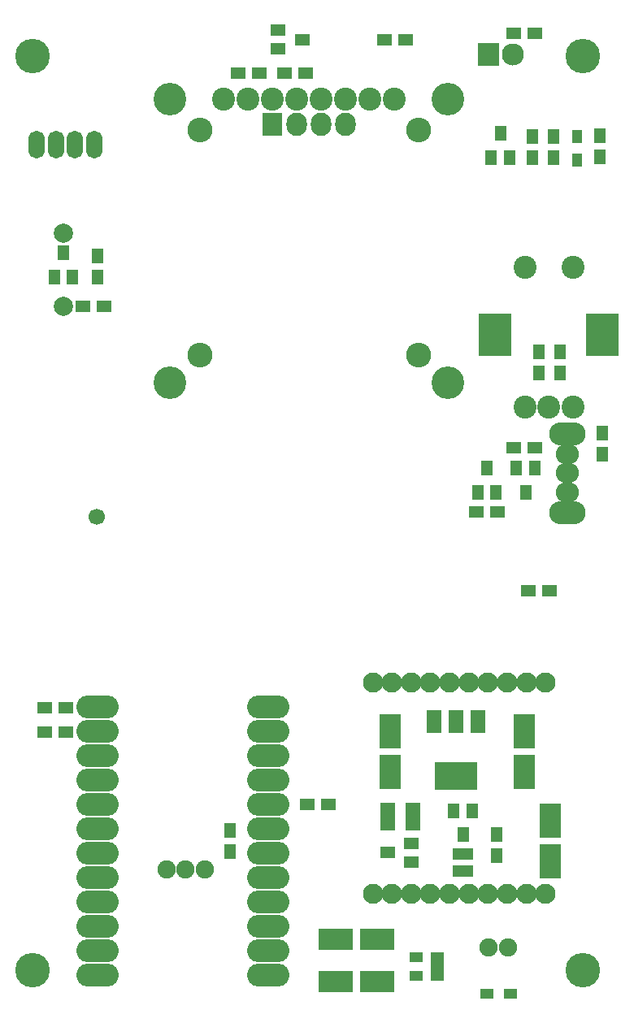
<source format=gbs>
G04 #@! TF.FileFunction,Soldermask,Bot*
%FSLAX46Y46*%
G04 Gerber Fmt 4.6, Leading zero omitted, Abs format (unit mm)*
G04 Created by KiCad (PCBNEW 4.0.0-rc1-stable) date 20.6.2016 14:39:27*
%MOMM*%
G01*
G04 APERTURE LIST*
%ADD10C,0.150000*%
%ADD11O,2.600000X2.600000*%
%ADD12R,2.127200X2.432000*%
%ADD13O,2.127200X2.432000*%
%ADD14C,2.400000*%
%ADD15C,3.400000*%
%ADD16C,3.600000*%
%ADD17R,2.200860X3.549600*%
%ADD18R,1.300000X1.600000*%
%ADD19R,3.549600X2.200860*%
%ADD20R,1.600000X1.300000*%
%ADD21R,2.300000X2.400000*%
%ADD22C,2.300000*%
%ADD23R,1.000000X1.400000*%
%ADD24R,1.400000X1.000000*%
%ADD25C,1.900000*%
%ADD26R,1.650000X1.200100*%
%ADD27R,1.200100X1.650000*%
%ADD28C,1.700000*%
%ADD29R,1.460000X1.050000*%
%ADD30C,2.100000*%
%ADD31R,4.400000X2.900000*%
%ADD32R,1.600000X2.400000*%
%ADD33O,4.400000X2.400000*%
%ADD34C,2.000000*%
%ADD35O,3.800000X2.400000*%
%ADD36O,2.400000X2.100000*%
%ADD37O,1.700000X2.900000*%
%ADD38R,3.400000X4.400000*%
%ADD39R,1.620000X1.020000*%
%ADD40R,0.806000X1.200000*%
G04 APERTURE END LIST*
D10*
D11*
X40225000Y-31175000D03*
X17425000Y-31175000D03*
X40225000Y-7725000D03*
D12*
X25025000Y-7175000D03*
D13*
X27565000Y-7175000D03*
X30105000Y-7175000D03*
X32645000Y-7175000D03*
D11*
X17425000Y-7725000D03*
D14*
X37690000Y-4550000D03*
X35150000Y-4550000D03*
X32610000Y-4550000D03*
X30070000Y-4550000D03*
X27530000Y-4550000D03*
X24990000Y-4550000D03*
X22450000Y-4550000D03*
D15*
X43305000Y-34050000D03*
X14300000Y-34050000D03*
X43305000Y-4550000D03*
X14300000Y-4550000D03*
D14*
X19910000Y-4550000D03*
D16*
X57300000Y-95300000D03*
X0Y-95300000D03*
X57300000Y0D03*
X0Y0D03*
D17*
X37240000Y-74635980D03*
X37240000Y-70384020D03*
X51210000Y-74605980D03*
X51210000Y-70354020D03*
D18*
X20550000Y-82900000D03*
X20550000Y-80700000D03*
D19*
X31624020Y-96450000D03*
X35875980Y-96450000D03*
X31624020Y-92100000D03*
X35875980Y-92100000D03*
D18*
X54300000Y-8400000D03*
X54300000Y-10600000D03*
D20*
X53900000Y-55750000D03*
X51700000Y-55750000D03*
D21*
X47550000Y150000D03*
D22*
X50090000Y150000D03*
D23*
X56750000Y-8400000D03*
X56750000Y-10900000D03*
D24*
X49800000Y-97750000D03*
X47300000Y-97750000D03*
D25*
X13950000Y-84800000D03*
X15950000Y-84800000D03*
X17950000Y-84800000D03*
X49550000Y-92900000D03*
X47550000Y-92900000D03*
D26*
X39500000Y-82100000D03*
X39500000Y-84000000D03*
X37000000Y-83050000D03*
D27*
X4170000Y-23060000D03*
X2270000Y-23060000D03*
X3220000Y-20560000D03*
X48310000Y-45500000D03*
X46410000Y-45500000D03*
X47360000Y-43000000D03*
X50420000Y-43000000D03*
X52320000Y-43000000D03*
X51370000Y-45500000D03*
X49700000Y-10600000D03*
X47800000Y-10600000D03*
X48750000Y-8100000D03*
D26*
X25600000Y750000D03*
X25600000Y2650000D03*
X28100000Y1700000D03*
D20*
X3500000Y-67900000D03*
X1300000Y-67900000D03*
X3500000Y-70450000D03*
X1300000Y-70450000D03*
X30850000Y-78050000D03*
X28650000Y-78050000D03*
X52300000Y2300000D03*
X50100000Y2300000D03*
D18*
X6820000Y-20860000D03*
X6820000Y-23060000D03*
X59150000Y-8350000D03*
X59150000Y-10550000D03*
X52050000Y-10600000D03*
X52050000Y-8400000D03*
D20*
X46240000Y-47520000D03*
X48440000Y-47520000D03*
X50130000Y-40880000D03*
X52330000Y-40880000D03*
D18*
X59400000Y-39300000D03*
X59400000Y-41500000D03*
D20*
X36650000Y1700000D03*
X38850000Y1700000D03*
X28500000Y-1850000D03*
X26300000Y-1850000D03*
X23650000Y-1850000D03*
X21450000Y-1850000D03*
D28*
X6725000Y-48025000D03*
D29*
X42150000Y-93950000D03*
X42150000Y-94900000D03*
X42150000Y-95850000D03*
X39950000Y-95850000D03*
X39950000Y-93950000D03*
D30*
X35450000Y-87300000D03*
X37450000Y-87300000D03*
X39450000Y-87300000D03*
X41450000Y-87300000D03*
X43450000Y-87300000D03*
X45450000Y-87300000D03*
X47450000Y-87300000D03*
X49450000Y-87300000D03*
X51450000Y-87300000D03*
X53450000Y-87300000D03*
X35450000Y-65300000D03*
X37450000Y-65300000D03*
X45450000Y-65300000D03*
X43450000Y-65300000D03*
X41450000Y-65300000D03*
X39450000Y-65300000D03*
X47450000Y-65300000D03*
X49450000Y-65300000D03*
X51450000Y-65300000D03*
X53450000Y-65300000D03*
D31*
X44140000Y-75070000D03*
D32*
X46440000Y-69370000D03*
X41840000Y-69370000D03*
X44140000Y-69370000D03*
D33*
X6800000Y-67860000D03*
X6800000Y-70400000D03*
X6800000Y-72940000D03*
X6800000Y-80560000D03*
X6800000Y-78020000D03*
X6800000Y-75480000D03*
X6800000Y-83100000D03*
X6800000Y-85640000D03*
X6800000Y-88180000D03*
X6800000Y-90720000D03*
X6800000Y-93260000D03*
X6800000Y-95800000D03*
X24600000Y-67860000D03*
X24600000Y-70400000D03*
X24600000Y-72940000D03*
X24600000Y-75480000D03*
X24600000Y-78020000D03*
X24600000Y-80560000D03*
X24600000Y-83100000D03*
X24600000Y-85640000D03*
X24600000Y-88180000D03*
X24600000Y-90720000D03*
X24600000Y-93260000D03*
X24600000Y-95800000D03*
D34*
X3220000Y-18510000D03*
X3220000Y-26110000D03*
D35*
X55750000Y-47600000D03*
D36*
X55750000Y-43500000D03*
X55750000Y-41500000D03*
X55750000Y-45500000D03*
D35*
X55750000Y-39400000D03*
D37*
X6450000Y-9250000D03*
X4450000Y-9250000D03*
X2450000Y-9250000D03*
X450000Y-9250000D03*
D38*
X59400000Y-29075000D03*
D14*
X56300000Y-22075000D03*
X51300000Y-22075000D03*
X56300000Y-36575000D03*
X53800000Y-36575000D03*
X51300000Y-36575000D03*
D38*
X48200000Y-29075000D03*
D20*
X7475000Y-26100000D03*
X5275000Y-26100000D03*
D18*
X52750000Y-30850000D03*
X52750000Y-33050000D03*
X54950000Y-30850000D03*
X54950000Y-33050000D03*
D27*
X43900000Y-78650000D03*
X45800000Y-78650000D03*
X44850000Y-81150000D03*
D18*
X48350000Y-81150000D03*
X48350000Y-83350000D03*
D39*
X36990000Y-78350000D03*
X36990000Y-79300000D03*
X36990000Y-80250000D03*
X39610000Y-78350000D03*
X39610000Y-79300000D03*
X39610000Y-80250000D03*
D40*
X45498000Y-83154500D03*
X44850000Y-83154500D03*
X44202000Y-83154500D03*
X45498000Y-84945500D03*
X44202000Y-84945500D03*
X44850000Y-84945500D03*
D17*
X53950000Y-83925980D03*
X53950000Y-79674020D03*
M02*

</source>
